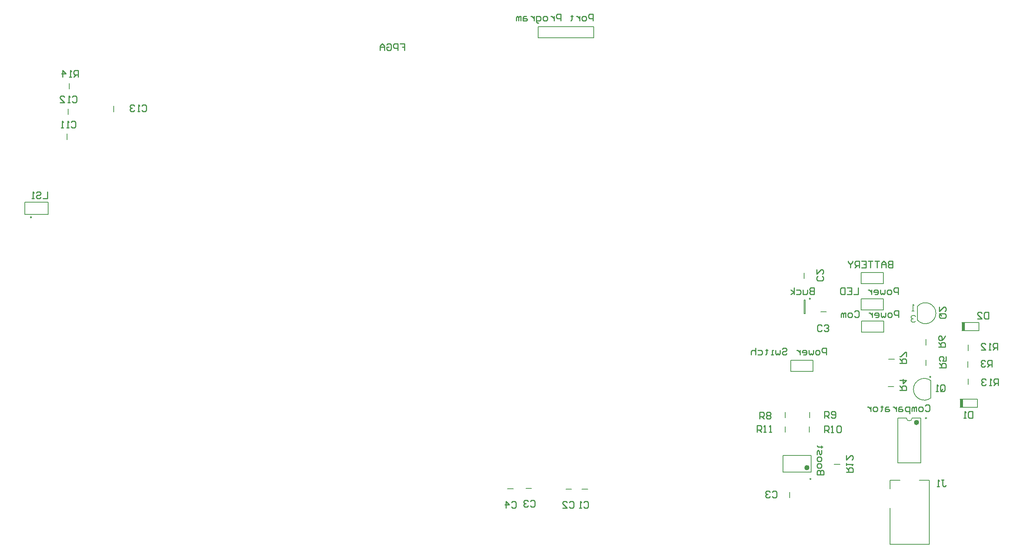
<source format=gbo>
G04*
G04 #@! TF.GenerationSoftware,Altium Limited,Altium Designer,18.1.6 (161)*
G04*
G04 Layer_Color=32896*
%FSLAX25Y25*%
%MOIN*%
G70*
G01*
G75*
%ADD10C,0.00787*%
%ADD11C,0.02362*%
%ADD12C,0.00984*%
%ADD13C,0.01000*%
%ADD15C,0.00591*%
%ADD67R,0.03150X0.07480*%
D10*
X989406Y226295D02*
G03*
X989406Y210705I-5906J-7795D01*
G01*
X977412Y280751D02*
G03*
X977412Y293249I7088J6249D01*
G01*
X967500Y192579D02*
G03*
X972500Y192579I2500J0D01*
G01*
X952721Y78972D02*
Y111650D01*
Y128972D02*
Y136453D01*
X961776D01*
X952721Y78972D02*
X988154D01*
Y136453D01*
X979098D02*
X988154D01*
X254000Y468441D02*
Y473559D01*
X875213Y318201D02*
Y323319D01*
X875185Y286657D02*
Y298862D01*
X876366Y286657D02*
Y298862D01*
X875185Y286657D02*
X876366D01*
X875185Y298862D02*
X876366D01*
X902441Y151000D02*
X907559D01*
X862500Y120961D02*
Y126079D01*
X880213Y192961D02*
Y198079D01*
X858213Y192961D02*
Y198079D01*
X880087Y179961D02*
Y185079D01*
X858213Y179961D02*
Y185079D01*
X856205Y144039D02*
X881795D01*
X856205Y159000D02*
X881795D01*
Y144039D02*
Y159000D01*
X856205Y144039D02*
Y159000D01*
X926563Y323500D02*
X946563D01*
Y313500D02*
Y323500D01*
X926563Y313500D02*
X946563D01*
X926563D02*
Y323500D01*
Y290000D02*
X946563D01*
X926563D02*
Y300000D01*
X946563D01*
Y290000D02*
Y300000D01*
X863500Y244500D02*
X883500D01*
Y234500D02*
Y244500D01*
X863500Y234500D02*
X883500D01*
X863500D02*
Y244500D01*
X927000Y280000D02*
X947000D01*
Y270000D02*
Y280000D01*
X927000Y270000D02*
X947000D01*
X927000D02*
Y280000D01*
X950941Y221000D02*
X956059D01*
X989406Y210705D02*
Y226295D01*
X1023000Y253441D02*
Y258559D01*
X1031177Y202260D02*
Y209740D01*
X1015823D02*
X1031177D01*
X1015823Y202260D02*
X1031177D01*
X636000Y535000D02*
Y545000D01*
Y535000D02*
X686000D01*
X636000Y545000D02*
X686000D01*
Y535000D02*
Y545000D01*
X214000Y488941D02*
Y494059D01*
X212937Y465941D02*
Y471059D01*
X211937Y443441D02*
Y448559D01*
X173988Y375988D02*
Y387012D01*
X195012Y375988D02*
Y387012D01*
X173988Y375988D02*
X195012D01*
X173988Y387012D02*
X195012D01*
X977413Y280752D02*
Y293248D01*
X984937Y258441D02*
Y263559D01*
X985000Y239941D02*
Y245059D01*
X1017323Y271260D02*
X1032677D01*
X1017323Y278740D02*
X1032677D01*
Y271260D02*
Y278740D01*
X1023000Y222941D02*
Y228059D01*
X959567Y152421D02*
X980433D01*
X959567Y192579D02*
X967500D01*
X972500D02*
X980433D01*
X959567Y152421D02*
Y192579D01*
X980433Y152421D02*
Y192579D01*
X890217Y288260D02*
X895335D01*
X951441Y245563D02*
X956559D01*
X1022563Y238441D02*
Y243559D01*
X675441Y128563D02*
X680559D01*
X660941D02*
X666059D01*
X624941Y129437D02*
X630059D01*
X608441Y129063D02*
X613559D01*
D11*
X879039Y147976D02*
G03*
X879039Y147976I-1181J0D01*
G01*
X977677Y188642D02*
G03*
X977677Y188642I-1181J0D01*
G01*
D12*
X880992Y300043D02*
G03*
X880992Y300043I-492J0D01*
G01*
X881500Y137740D02*
G03*
X881500Y137740I-492J0D01*
G01*
X989307Y229642D02*
G03*
X989307Y229642I-492J0D01*
G01*
X179992Y373429D02*
G03*
X179992Y373429I-492J0D01*
G01*
X985492Y192618D02*
G03*
X985492Y192618I-492J0D01*
G01*
D13*
X884176Y310058D02*
Y304060D01*
X881177D01*
X880177Y305060D01*
Y306059D01*
X881177Y307059D01*
X884176D01*
X881177D01*
X880177Y308059D01*
Y309058D01*
X881177Y310058D01*
X884176D01*
X878178Y308059D02*
Y305060D01*
X877178Y304060D01*
X874179D01*
Y308059D01*
X868181D02*
X871180D01*
X872180Y307059D01*
Y305060D01*
X871180Y304060D01*
X868181D01*
X866181D02*
Y310058D01*
Y306059D02*
X863182Y308059D01*
X866181Y306059D02*
X863182Y304060D01*
X892998Y141500D02*
X887000D01*
Y144499D01*
X888000Y145499D01*
X888999D01*
X889999Y144499D01*
Y141500D01*
Y144499D01*
X890999Y145499D01*
X891998D01*
X892998Y144499D01*
Y141500D01*
X887000Y148498D02*
Y150497D01*
X888000Y151497D01*
X889999D01*
X890999Y150497D01*
Y148498D01*
X889999Y147498D01*
X888000D01*
X887000Y148498D01*
Y154496D02*
Y156495D01*
X888000Y157495D01*
X889999D01*
X890999Y156495D01*
Y154496D01*
X889999Y153496D01*
X888000D01*
X887000Y154496D01*
Y159494D02*
Y162493D01*
X888000Y163493D01*
X888999Y162493D01*
Y160494D01*
X889999Y159494D01*
X890999Y160494D01*
Y163493D01*
X891998Y166492D02*
X890999D01*
Y165492D01*
Y167492D01*
Y166492D01*
X888000D01*
X887000Y167492D01*
X511751Y529766D02*
X515750D01*
Y526767D01*
X513750D01*
X515750D01*
Y523768D01*
X509752D02*
Y529766D01*
X506752D01*
X505753Y528766D01*
Y526767D01*
X506752Y525767D01*
X509752D01*
X499755Y528766D02*
X500754Y529766D01*
X502754D01*
X503754Y528766D01*
Y524767D01*
X502754Y523768D01*
X500754D01*
X499755Y524767D01*
Y526767D01*
X501754D01*
X497755Y523768D02*
Y527766D01*
X495756Y529766D01*
X493757Y527766D01*
Y523768D01*
Y526767D01*
X497755D01*
X895500Y249500D02*
Y255498D01*
X892501D01*
X891501Y254498D01*
Y252499D01*
X892501Y251499D01*
X895500D01*
X888502Y249500D02*
X886503D01*
X885503Y250500D01*
Y252499D01*
X886503Y253499D01*
X888502D01*
X889502Y252499D01*
Y250500D01*
X888502Y249500D01*
X883504Y253499D02*
Y250500D01*
X882504Y249500D01*
X881505Y250500D01*
X880505Y249500D01*
X879505Y250500D01*
Y253499D01*
X874507Y249500D02*
X876506D01*
X877506Y250500D01*
Y252499D01*
X876506Y253499D01*
X874507D01*
X873507Y252499D01*
Y251499D01*
X877506D01*
X871508Y253499D02*
Y249500D01*
Y251499D01*
X870508Y252499D01*
X869508Y253499D01*
X868509D01*
X855513Y254498D02*
X856513Y255498D01*
X858512D01*
X859512Y254498D01*
Y253499D01*
X858512Y252499D01*
X856513D01*
X855513Y251499D01*
Y250500D01*
X856513Y249500D01*
X858512D01*
X859512Y250500D01*
X853514Y253499D02*
Y250500D01*
X852514Y249500D01*
X851514Y250500D01*
X850515Y249500D01*
X849515Y250500D01*
Y253499D01*
X847515Y249500D02*
X845516D01*
X846516D01*
Y253499D01*
X847515D01*
X841518Y254498D02*
Y253499D01*
X842517D01*
X840518D01*
X841518D01*
Y250500D01*
X840518Y249500D01*
X833520Y253499D02*
X836519D01*
X837519Y252499D01*
Y250500D01*
X836519Y249500D01*
X833520D01*
X831521Y255498D02*
Y249500D01*
Y252499D01*
X830521Y253499D01*
X828522D01*
X827522Y252499D01*
Y249500D01*
X960063Y304000D02*
Y309998D01*
X957064D01*
X956064Y308998D01*
Y306999D01*
X957064Y305999D01*
X960063D01*
X953065Y304000D02*
X951066D01*
X950066Y305000D01*
Y306999D01*
X951066Y307999D01*
X953065D01*
X954065Y306999D01*
Y305000D01*
X953065Y304000D01*
X948067Y307999D02*
Y305000D01*
X947067Y304000D01*
X946068Y305000D01*
X945068Y304000D01*
X944068Y305000D01*
Y307999D01*
X939070Y304000D02*
X941069D01*
X942069Y305000D01*
Y306999D01*
X941069Y307999D01*
X939070D01*
X938070Y306999D01*
Y305999D01*
X942069D01*
X936071Y307999D02*
Y304000D01*
Y305999D01*
X935071Y306999D01*
X934071Y307999D01*
X933072D01*
X924075Y309998D02*
Y304000D01*
X920076D01*
X914078Y309998D02*
X918077D01*
Y304000D01*
X914078D01*
X918077Y306999D02*
X916077D01*
X912078Y309998D02*
Y304000D01*
X909079D01*
X908080Y305000D01*
Y308998D01*
X909079Y309998D01*
X912078D01*
X960500Y283264D02*
Y289262D01*
X957501D01*
X956501Y288262D01*
Y286263D01*
X957501Y285263D01*
X960500D01*
X953502Y283264D02*
X951503D01*
X950503Y284263D01*
Y286263D01*
X951503Y287263D01*
X953502D01*
X954502Y286263D01*
Y284263D01*
X953502Y283264D01*
X948504Y287263D02*
Y284263D01*
X947504Y283264D01*
X946504Y284263D01*
X945505Y283264D01*
X944505Y284263D01*
Y287263D01*
X939507Y283264D02*
X941506D01*
X942506Y284263D01*
Y286263D01*
X941506Y287263D01*
X939507D01*
X938507Y286263D01*
Y285263D01*
X942506D01*
X936508Y287263D02*
Y283264D01*
Y285263D01*
X935508Y286263D01*
X934508Y287263D01*
X933509D01*
X920513Y288262D02*
X921513Y289262D01*
X923512D01*
X924512Y288262D01*
Y284263D01*
X923512Y283264D01*
X921513D01*
X920513Y284263D01*
X917514Y283264D02*
X915515D01*
X914515Y284263D01*
Y286263D01*
X915515Y287263D01*
X917514D01*
X918514Y286263D01*
Y284263D01*
X917514Y283264D01*
X912516D02*
Y287263D01*
X911516D01*
X910516Y286263D01*
Y283264D01*
Y286263D01*
X909517Y287263D01*
X908517Y286263D01*
Y283264D01*
X279501Y473498D02*
X280501Y474498D01*
X282500D01*
X283500Y473498D01*
Y469500D01*
X282500Y468500D01*
X280501D01*
X279501Y469500D01*
X277502Y468500D02*
X275503D01*
X276502D01*
Y474498D01*
X277502Y473498D01*
X272504D02*
X271504Y474498D01*
X269504D01*
X268505Y473498D01*
Y472499D01*
X269504Y471499D01*
X270504D01*
X269504D01*
X268505Y470499D01*
Y469500D01*
X269504Y468500D01*
X271504D01*
X272504Y469500D01*
X891774Y320259D02*
X892774Y319259D01*
Y317260D01*
X891774Y316260D01*
X887775D01*
X886776Y317260D01*
Y319259D01*
X887775Y320259D01*
X886776Y326257D02*
Y322258D01*
X890774Y326257D01*
X891774D01*
X892774Y325257D01*
Y323258D01*
X891774Y322258D01*
X221900Y499600D02*
Y505598D01*
X218901D01*
X217901Y504598D01*
Y502599D01*
X218901Y501599D01*
X221900D01*
X219901D02*
X217901Y499600D01*
X215902D02*
X213903D01*
X214902D01*
Y505598D01*
X215902Y504598D01*
X207905Y499600D02*
Y505598D01*
X210904Y502599D01*
X206905D01*
X194400Y396398D02*
Y390400D01*
X190401D01*
X184403Y395398D02*
X185403Y396398D01*
X187402D01*
X188402Y395398D01*
Y394399D01*
X187402Y393399D01*
X185403D01*
X184403Y392399D01*
Y391400D01*
X185403Y390400D01*
X187402D01*
X188402Y391400D01*
X182404Y390400D02*
X180404D01*
X181404D01*
Y396398D01*
X182404Y395398D01*
X216801Y481598D02*
X217801Y482598D01*
X219800D01*
X220800Y481598D01*
Y477600D01*
X219800Y476600D01*
X217801D01*
X216801Y477600D01*
X214802Y476600D02*
X212803D01*
X213802D01*
Y482598D01*
X214802Y481598D01*
X205805Y476600D02*
X209804D01*
X205805Y480599D01*
Y481598D01*
X206804Y482598D01*
X208804D01*
X209804Y481598D01*
X215801Y459098D02*
X216801Y460098D01*
X218800D01*
X219800Y459098D01*
Y455100D01*
X218800Y454100D01*
X216801D01*
X215801Y455100D01*
X213802Y454100D02*
X211803D01*
X212802D01*
Y460098D01*
X213802Y459098D01*
X208804Y454100D02*
X206804D01*
X207804D01*
Y460098D01*
X208804Y459098D01*
X685400Y550400D02*
Y556398D01*
X682401D01*
X681401Y555398D01*
Y553399D01*
X682401Y552399D01*
X685400D01*
X678402Y550400D02*
X676403D01*
X675403Y551400D01*
Y553399D01*
X676403Y554399D01*
X678402D01*
X679402Y553399D01*
Y551400D01*
X678402Y550400D01*
X673404Y554399D02*
Y550400D01*
Y552399D01*
X672404Y553399D01*
X671405Y554399D01*
X670405D01*
X666406Y555398D02*
Y554399D01*
X667406D01*
X665407D01*
X666406D01*
Y551400D01*
X665407Y550400D01*
X656409D02*
Y556398D01*
X653410D01*
X652411Y555398D01*
Y553399D01*
X653410Y552399D01*
X656409D01*
X650411Y554399D02*
Y550400D01*
Y552399D01*
X649412Y553399D01*
X648412Y554399D01*
X647412D01*
X643414Y550400D02*
X641414D01*
X640414Y551400D01*
Y553399D01*
X641414Y554399D01*
X643414D01*
X644413Y553399D01*
Y551400D01*
X643414Y550400D01*
X636416Y548401D02*
X635416D01*
X634416Y549400D01*
Y554399D01*
X637416D01*
X638415Y553399D01*
Y551400D01*
X637416Y550400D01*
X634416D01*
X632417Y554399D02*
Y550400D01*
Y552399D01*
X631418Y553399D01*
X630418Y554399D01*
X629418D01*
X625419D02*
X623420D01*
X622420Y553399D01*
Y550400D01*
X625419D01*
X626419Y551400D01*
X625419Y552399D01*
X622420D01*
X620421Y550400D02*
Y554399D01*
X619421D01*
X618422Y553399D01*
Y550400D01*
Y553399D01*
X617422Y554399D01*
X616422Y553399D01*
Y550400D01*
X984201Y203698D02*
X985201Y204698D01*
X987200D01*
X988200Y203698D01*
Y199700D01*
X987200Y198700D01*
X985201D01*
X984201Y199700D01*
X981202Y198700D02*
X979203D01*
X978203Y199700D01*
Y201699D01*
X979203Y202699D01*
X981202D01*
X982202Y201699D01*
Y199700D01*
X981202Y198700D01*
X976204D02*
Y202699D01*
X975204D01*
X974205Y201699D01*
Y198700D01*
Y201699D01*
X973205Y202699D01*
X972205Y201699D01*
Y198700D01*
X970206Y196701D02*
Y202699D01*
X967207D01*
X966207Y201699D01*
Y199700D01*
X967207Y198700D01*
X970206D01*
X963208Y202699D02*
X961209D01*
X960209Y201699D01*
Y198700D01*
X963208D01*
X964208Y199700D01*
X963208Y200699D01*
X960209D01*
X958210Y202699D02*
Y198700D01*
Y200699D01*
X957210Y201699D01*
X956210Y202699D01*
X955211D01*
X951212D02*
X949213D01*
X948213Y201699D01*
Y198700D01*
X951212D01*
X952212Y199700D01*
X951212Y200699D01*
X948213D01*
X945214Y203698D02*
Y202699D01*
X946214D01*
X944214D01*
X945214D01*
Y199700D01*
X944214Y198700D01*
X940215D02*
X938216D01*
X937216Y199700D01*
Y201699D01*
X938216Y202699D01*
X940215D01*
X941215Y201699D01*
Y199700D01*
X940215Y198700D01*
X935217Y202699D02*
Y198700D01*
Y200699D01*
X934217Y201699D01*
X933218Y202699D01*
X932218D01*
X998000Y286499D02*
X1001998D01*
X1002998Y285499D01*
Y283500D01*
X1001998Y282500D01*
X998000D01*
X997000Y283500D01*
Y285499D01*
X998999Y284499D02*
X997000Y286499D01*
Y285499D02*
X998000Y286499D01*
X997000Y292497D02*
Y288498D01*
X1000999Y292497D01*
X1001998D01*
X1002998Y291497D01*
Y289498D01*
X1001998Y288498D01*
X913500Y144000D02*
X919498D01*
Y146999D01*
X918498Y147999D01*
X916499D01*
X915499Y146999D01*
Y144000D01*
Y145999D02*
X913500Y147999D01*
Y149998D02*
Y151997D01*
Y150998D01*
X919498D01*
X918498Y149998D01*
X913500Y158995D02*
Y154996D01*
X917499Y158995D01*
X918498D01*
X919498Y157995D01*
Y155996D01*
X918498Y154996D01*
X833150Y179961D02*
Y185959D01*
X836149D01*
X837148Y184959D01*
Y182960D01*
X836149Y181960D01*
X833150D01*
X835149D02*
X837148Y179961D01*
X839148D02*
X841147D01*
X840147D01*
Y185959D01*
X839148Y184959D01*
X844146Y179961D02*
X846145D01*
X845146D01*
Y185959D01*
X844146Y184959D01*
X893650Y179520D02*
Y185518D01*
X896649D01*
X897648Y184518D01*
Y182519D01*
X896649Y181519D01*
X893650D01*
X895649D02*
X897648Y179520D01*
X899648D02*
X901647D01*
X900647D01*
Y185518D01*
X899648Y184518D01*
X904646D02*
X905646Y185518D01*
X907645D01*
X908645Y184518D01*
Y180519D01*
X907645Y179520D01*
X905646D01*
X904646Y180519D01*
Y184518D01*
X893650Y192520D02*
Y198518D01*
X896649D01*
X897648Y197518D01*
Y195519D01*
X896649Y194519D01*
X893650D01*
X895649D02*
X897648Y192520D01*
X899648Y193519D02*
X900647Y192520D01*
X902647D01*
X903646Y193519D01*
Y197518D01*
X902647Y198518D01*
X900647D01*
X899648Y197518D01*
Y196518D01*
X900647Y195519D01*
X903646D01*
X835276Y192020D02*
Y198018D01*
X838275D01*
X839274Y197018D01*
Y195019D01*
X838275Y194019D01*
X835276D01*
X837275D02*
X839274Y192020D01*
X841274Y197018D02*
X842273Y198018D01*
X844273D01*
X845272Y197018D01*
Y196018D01*
X844273Y195019D01*
X845272Y194019D01*
Y193019D01*
X844273Y192020D01*
X842273D01*
X841274Y193019D01*
Y194019D01*
X842273Y195019D01*
X841274Y196018D01*
Y197018D01*
X842273Y195019D02*
X844273D01*
X961500Y242063D02*
X967498D01*
Y245062D01*
X966498Y246062D01*
X964499D01*
X963499Y245062D01*
Y242063D01*
Y244062D02*
X961500Y246062D01*
X967498Y248061D02*
Y252060D01*
X966498D01*
X962500Y248061D01*
X961500D01*
X996437Y256500D02*
X1002435D01*
Y259499D01*
X1001435Y260499D01*
X999436D01*
X998436Y259499D01*
Y256500D01*
Y258499D02*
X996437Y260499D01*
X1002435Y266497D02*
X1001435Y264497D01*
X999436Y262498D01*
X997437D01*
X996437Y263498D01*
Y265497D01*
X997437Y266497D01*
X998436D01*
X999436Y265497D01*
Y262498D01*
X997000Y238000D02*
X1002998D01*
Y240999D01*
X1001998Y241999D01*
X999999D01*
X998999Y240999D01*
Y238000D01*
Y239999D02*
X997000Y241999D01*
X1002998Y247997D02*
Y243998D01*
X999999D01*
X1000999Y245997D01*
Y246997D01*
X999999Y247997D01*
X998000D01*
X997000Y246997D01*
Y244998D01*
X998000Y243998D01*
X961500Y217500D02*
X967498D01*
Y220499D01*
X966498Y221499D01*
X964499D01*
X963499Y220499D01*
Y217500D01*
Y219499D02*
X961500Y221499D01*
Y226497D02*
X967498D01*
X964499Y223498D01*
Y227497D01*
X1044500Y238500D02*
Y244498D01*
X1041501D01*
X1040501Y243498D01*
Y241499D01*
X1041501Y240499D01*
X1044500D01*
X1042501D02*
X1040501Y238500D01*
X1038502Y243498D02*
X1037502Y244498D01*
X1035503D01*
X1034503Y243498D01*
Y242499D01*
X1035503Y241499D01*
X1036503D01*
X1035503D01*
X1034503Y240499D01*
Y239500D01*
X1035503Y238500D01*
X1037502D01*
X1038502Y239500D01*
X1050000Y222000D02*
Y227998D01*
X1047001D01*
X1046001Y226998D01*
Y224999D01*
X1047001Y223999D01*
X1050000D01*
X1048001D02*
X1046001Y222000D01*
X1044002D02*
X1042003D01*
X1043002D01*
Y227998D01*
X1044002Y226998D01*
X1039004D02*
X1038004Y227998D01*
X1036005D01*
X1035005Y226998D01*
Y225999D01*
X1036005Y224999D01*
X1037004D01*
X1036005D01*
X1035005Y223999D01*
Y223000D01*
X1036005Y222000D01*
X1038004D01*
X1039004Y223000D01*
X1049500Y254000D02*
Y259998D01*
X1046501D01*
X1045501Y258998D01*
Y256999D01*
X1046501Y255999D01*
X1049500D01*
X1047501D02*
X1045501Y254000D01*
X1043502D02*
X1041503D01*
X1042502D01*
Y259998D01*
X1043502Y258998D01*
X1034505Y254000D02*
X1038504D01*
X1034505Y257999D01*
Y258998D01*
X1035505Y259998D01*
X1037504D01*
X1038504Y258998D01*
X998001Y217500D02*
Y221498D01*
X999001Y222498D01*
X1001000D01*
X1002000Y221498D01*
Y217500D01*
X1001000Y216500D01*
X999001D01*
X1000001Y218499D02*
X998001Y216500D01*
X999001D02*
X998001Y217500D01*
X996002Y216500D02*
X994003D01*
X995002D01*
Y222498D01*
X996002Y221498D01*
X999001Y136998D02*
X1001001D01*
X1000001D01*
Y132000D01*
X1001001Y131000D01*
X1002000D01*
X1003000Y132000D01*
X997002Y131000D02*
X995003D01*
X996002D01*
Y136998D01*
X997002Y135998D01*
X1041300Y288098D02*
Y282100D01*
X1038301D01*
X1037301Y283100D01*
Y287098D01*
X1038301Y288098D01*
X1041300D01*
X1031303Y282100D02*
X1035302D01*
X1031303Y286099D01*
Y287098D01*
X1032303Y288098D01*
X1034302D01*
X1035302Y287098D01*
X1027000Y198498D02*
Y192500D01*
X1024001D01*
X1023001Y193500D01*
Y197498D01*
X1024001Y198498D01*
X1027000D01*
X1021002Y192500D02*
X1019003D01*
X1020002D01*
Y198498D01*
X1021002Y197498D01*
X846564Y126018D02*
X847564Y127018D01*
X849563D01*
X850563Y126018D01*
Y122019D01*
X849563Y121020D01*
X847564D01*
X846564Y122019D01*
X844565Y126018D02*
X843565Y127018D01*
X841566D01*
X840566Y126018D01*
Y125018D01*
X841566Y124019D01*
X842566D01*
X841566D01*
X840566Y123019D01*
Y122019D01*
X841566Y121020D01*
X843565D01*
X844565Y122019D01*
X891274Y271761D02*
X890275Y270762D01*
X888275D01*
X887276Y271761D01*
Y275760D01*
X888275Y276760D01*
X890275D01*
X891274Y275760D01*
X893274Y271761D02*
X894273Y270762D01*
X896273D01*
X897272Y271761D01*
Y272761D01*
X896273Y273761D01*
X895273D01*
X896273D01*
X897272Y274761D01*
Y275760D01*
X896273Y276760D01*
X894273D01*
X893274Y275760D01*
X955000Y333998D02*
Y328000D01*
X952001D01*
X951001Y329000D01*
Y329999D01*
X952001Y330999D01*
X955000D01*
X952001D01*
X951001Y331999D01*
Y332998D01*
X952001Y333998D01*
X955000D01*
X949002Y328000D02*
Y331999D01*
X947003Y333998D01*
X945003Y331999D01*
Y328000D01*
Y330999D01*
X949002D01*
X943004Y333998D02*
X939005D01*
X941004D01*
Y328000D01*
X937006Y333998D02*
X933007D01*
X935007D01*
Y328000D01*
X927009Y333998D02*
X931008D01*
Y328000D01*
X927009D01*
X931008Y330999D02*
X929008D01*
X925010Y328000D02*
Y333998D01*
X922011D01*
X921011Y332998D01*
Y330999D01*
X922011Y329999D01*
X925010D01*
X923010D02*
X921011Y328000D01*
X919012Y333998D02*
Y332998D01*
X917012Y330999D01*
X915013Y332998D01*
Y333998D01*
X917012Y330999D02*
Y328000D01*
X612001Y116498D02*
X613001Y117498D01*
X615000D01*
X616000Y116498D01*
Y112500D01*
X615000Y111500D01*
X613001D01*
X612001Y112500D01*
X607003Y111500D02*
Y117498D01*
X610002Y114499D01*
X606003D01*
X629001Y117455D02*
X630001Y118455D01*
X632000D01*
X633000Y117455D01*
Y113456D01*
X632000Y112457D01*
X630001D01*
X629001Y113456D01*
X627002Y117455D02*
X626002Y118455D01*
X624003D01*
X623003Y117455D01*
Y116455D01*
X624003Y115456D01*
X625003D01*
X624003D01*
X623003Y114456D01*
Y113456D01*
X624003Y112457D01*
X626002D01*
X627002Y113456D01*
X664001Y116561D02*
X665001Y117561D01*
X667000D01*
X668000Y116561D01*
Y112563D01*
X667000Y111563D01*
X665001D01*
X664001Y112563D01*
X658003Y111563D02*
X662002D01*
X658003Y115562D01*
Y116561D01*
X659003Y117561D01*
X661002D01*
X662002Y116561D01*
X677001D02*
X678001Y117561D01*
X680000D01*
X681000Y116561D01*
Y112563D01*
X680000Y111563D01*
X678001D01*
X677001Y112563D01*
X675002Y111563D02*
X673003D01*
X674002D01*
Y117561D01*
X675002Y116561D01*
D15*
X974201Y289047D02*
X972233D01*
X973217D01*
Y294951D01*
X974201Y293967D01*
X975543Y283967D02*
X974559Y284951D01*
X972591D01*
X971608Y283967D01*
Y282983D01*
X972591Y281999D01*
X973575D01*
X972591D01*
X971608Y281015D01*
Y280031D01*
X972591Y279047D01*
X974559D01*
X975543Y280031D01*
D67*
X1017004Y206000D02*
D03*
X1018504Y275000D02*
D03*
M02*

</source>
